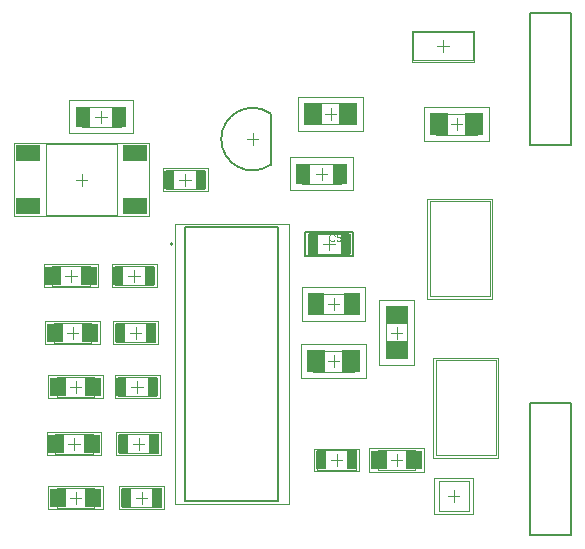
<source format=gtp>
G04*
G04 #@! TF.GenerationSoftware,Altium Limited,Altium Designer,19.1.8 (144)*
G04*
G04 Layer_Color=8421504*
%FSLAX25Y25*%
%MOIN*%
G70*
G01*
G75*
%ADD11C,0.00787*%
%ADD12C,0.00500*%
%ADD15C,0.00394*%
%ADD16C,0.00197*%
%ADD17R,0.05906X0.07480*%
%ADD18R,0.05512X0.05906*%
%ADD19R,0.05118X0.07087*%
%ADD20R,0.07480X0.05906*%
%ADD21R,0.08268X0.05512*%
%ADD22R,0.05315X0.07284*%
%ADD23R,0.03543X0.06102*%
%ADD24R,0.03740X0.06693*%
G36*
X111249Y104800D02*
X111281Y104796D01*
X111321Y104793D01*
X111361Y104789D01*
X111409Y104778D01*
X111507Y104756D01*
X111616Y104724D01*
X111671Y104702D01*
X111722Y104676D01*
X111773Y104643D01*
X111824Y104611D01*
X111827Y104607D01*
X111835Y104603D01*
X111849Y104593D01*
X111867Y104574D01*
X111885Y104556D01*
X111911Y104531D01*
X111936Y104501D01*
X111966Y104472D01*
X111995Y104436D01*
X112024Y104392D01*
X112057Y104349D01*
X112086Y104301D01*
X112111Y104247D01*
X112140Y104192D01*
X112162Y104134D01*
X112184Y104068D01*
X111856Y103992D01*
Y103996D01*
X111853Y104003D01*
X111845Y104017D01*
X111838Y104036D01*
X111831Y104057D01*
X111820Y104087D01*
X111791Y104145D01*
X111754Y104210D01*
X111711Y104276D01*
X111656Y104338D01*
X111598Y104392D01*
X111591Y104400D01*
X111569Y104414D01*
X111532Y104432D01*
X111485Y104458D01*
X111423Y104480D01*
X111354Y104501D01*
X111270Y104516D01*
X111179Y104520D01*
X111150D01*
X111132Y104516D01*
X111107D01*
X111077Y104512D01*
X111008Y104501D01*
X110932Y104487D01*
X110852Y104462D01*
X110768Y104425D01*
X110692Y104378D01*
X110688D01*
X110684Y104370D01*
X110659Y104352D01*
X110626Y104323D01*
X110586Y104279D01*
X110539Y104225D01*
X110495Y104163D01*
X110455Y104087D01*
X110419Y104003D01*
Y103999D01*
X110415Y103992D01*
X110411Y103981D01*
X110408Y103963D01*
X110400Y103941D01*
X110393Y103916D01*
X110382Y103854D01*
X110368Y103781D01*
X110353Y103701D01*
X110346Y103613D01*
X110342Y103519D01*
Y103515D01*
Y103504D01*
Y103486D01*
Y103464D01*
X110346Y103439D01*
Y103406D01*
X110349Y103369D01*
X110353Y103329D01*
X110364Y103242D01*
X110382Y103147D01*
X110404Y103053D01*
X110433Y102958D01*
Y102954D01*
X110437Y102947D01*
X110444Y102936D01*
X110451Y102918D01*
X110473Y102874D01*
X110506Y102823D01*
X110546Y102765D01*
X110597Y102703D01*
X110655Y102649D01*
X110724Y102598D01*
X110728D01*
X110735Y102594D01*
X110746Y102587D01*
X110761Y102580D01*
X110779Y102572D01*
X110801Y102561D01*
X110852Y102540D01*
X110917Y102518D01*
X110990Y102499D01*
X111070Y102485D01*
X111154Y102481D01*
X111179D01*
X111201Y102485D01*
X111227D01*
X111252Y102489D01*
X111318Y102503D01*
X111394Y102521D01*
X111470Y102550D01*
X111551Y102591D01*
X111591Y102612D01*
X111627Y102641D01*
X111631Y102645D01*
X111634Y102649D01*
X111645Y102660D01*
X111660Y102671D01*
X111674Y102689D01*
X111693Y102711D01*
X111714Y102733D01*
X111733Y102762D01*
X111754Y102794D01*
X111780Y102831D01*
X111802Y102867D01*
X111824Y102911D01*
X111842Y102958D01*
X111860Y103009D01*
X111878Y103064D01*
X111893Y103122D01*
X112228Y103038D01*
Y103035D01*
X112224Y103020D01*
X112217Y102998D01*
X112206Y102969D01*
X112195Y102936D01*
X112180Y102896D01*
X112162Y102853D01*
X112140Y102805D01*
X112089Y102703D01*
X112024Y102601D01*
X111984Y102550D01*
X111944Y102499D01*
X111900Y102456D01*
X111849Y102412D01*
X111845Y102409D01*
X111838Y102401D01*
X111820Y102394D01*
X111802Y102379D01*
X111773Y102361D01*
X111743Y102343D01*
X111704Y102325D01*
X111663Y102307D01*
X111616Y102285D01*
X111565Y102267D01*
X111511Y102248D01*
X111452Y102230D01*
X111390Y102216D01*
X111325Y102208D01*
X111256Y102201D01*
X111183Y102197D01*
X111143D01*
X111114Y102201D01*
X111081D01*
X111041Y102205D01*
X110997Y102212D01*
X110946Y102219D01*
X110841Y102237D01*
X110732Y102267D01*
X110622Y102307D01*
X110571Y102332D01*
X110521Y102361D01*
X110517Y102365D01*
X110510Y102368D01*
X110495Y102379D01*
X110480Y102394D01*
X110459Y102409D01*
X110433Y102430D01*
X110404Y102456D01*
X110375Y102485D01*
X110346Y102518D01*
X110313Y102550D01*
X110248Y102634D01*
X110186Y102733D01*
X110131Y102842D01*
Y102845D01*
X110124Y102856D01*
X110120Y102874D01*
X110109Y102896D01*
X110102Y102925D01*
X110091Y102962D01*
X110076Y103002D01*
X110065Y103045D01*
X110055Y103093D01*
X110040Y103147D01*
X110022Y103260D01*
X110007Y103388D01*
X110000Y103519D01*
Y103522D01*
Y103537D01*
Y103559D01*
X110004Y103584D01*
Y103621D01*
X110007Y103657D01*
X110011Y103704D01*
X110018Y103752D01*
X110036Y103857D01*
X110062Y103974D01*
X110098Y104090D01*
X110149Y104203D01*
X110153Y104207D01*
X110157Y104218D01*
X110164Y104232D01*
X110178Y104250D01*
X110193Y104276D01*
X110211Y104305D01*
X110258Y104370D01*
X110320Y104443D01*
X110393Y104516D01*
X110477Y104589D01*
X110575Y104651D01*
X110579Y104654D01*
X110590Y104658D01*
X110604Y104665D01*
X110622Y104676D01*
X110652Y104687D01*
X110681Y104698D01*
X110717Y104713D01*
X110757Y104727D01*
X110801Y104742D01*
X110848Y104756D01*
X110950Y104778D01*
X111066Y104796D01*
X111187Y104804D01*
X111223D01*
X111249Y104800D01*
D02*
G37*
G36*
X114062Y104432D02*
X113054D01*
X112919Y103752D01*
X112923Y103755D01*
X112930Y103759D01*
X112941Y103766D01*
X112959Y103777D01*
X112981Y103788D01*
X113007Y103803D01*
X113065Y103832D01*
X113138Y103861D01*
X113218Y103886D01*
X113305Y103904D01*
X113349Y103912D01*
X113429D01*
X113451Y103908D01*
X113480Y103904D01*
X113513Y103901D01*
X113549Y103894D01*
X113589Y103883D01*
X113676Y103857D01*
X113724Y103839D01*
X113771Y103814D01*
X113818Y103788D01*
X113866Y103759D01*
X113909Y103723D01*
X113953Y103682D01*
X113957Y103679D01*
X113964Y103672D01*
X113975Y103661D01*
X113989Y103642D01*
X114008Y103617D01*
X114026Y103592D01*
X114048Y103559D01*
X114069Y103522D01*
X114088Y103482D01*
X114110Y103439D01*
X114128Y103388D01*
X114146Y103337D01*
X114161Y103282D01*
X114171Y103220D01*
X114179Y103158D01*
X114182Y103093D01*
Y103089D01*
Y103078D01*
Y103060D01*
X114179Y103035D01*
X114175Y103006D01*
X114171Y102973D01*
X114164Y102933D01*
X114157Y102893D01*
X114135Y102798D01*
X114099Y102700D01*
X114077Y102649D01*
X114048Y102601D01*
X114018Y102550D01*
X113982Y102503D01*
X113979Y102499D01*
X113971Y102489D01*
X113957Y102474D01*
X113938Y102456D01*
X113913Y102434D01*
X113884Y102405D01*
X113847Y102379D01*
X113807Y102350D01*
X113764Y102321D01*
X113713Y102296D01*
X113658Y102270D01*
X113600Y102245D01*
X113538Y102226D01*
X113469Y102212D01*
X113396Y102201D01*
X113320Y102197D01*
X113287D01*
X113261Y102201D01*
X113232Y102205D01*
X113199Y102208D01*
X113160Y102212D01*
X113119Y102223D01*
X113028Y102245D01*
X112937Y102278D01*
X112890Y102299D01*
X112843Y102325D01*
X112799Y102354D01*
X112755Y102387D01*
X112752Y102390D01*
X112744Y102394D01*
X112737Y102409D01*
X112723Y102423D01*
X112705Y102441D01*
X112686Y102463D01*
X112664Y102492D01*
X112646Y102525D01*
X112624Y102558D01*
X112602Y102598D01*
X112563Y102685D01*
X112530Y102787D01*
X112519Y102842D01*
X112512Y102900D01*
X112836Y102925D01*
Y102922D01*
Y102915D01*
X112839Y102903D01*
X112843Y102885D01*
X112854Y102845D01*
X112868Y102791D01*
X112890Y102736D01*
X112919Y102674D01*
X112956Y102620D01*
X112999Y102569D01*
X113007Y102565D01*
X113021Y102550D01*
X113050Y102532D01*
X113090Y102510D01*
X113134Y102489D01*
X113189Y102470D01*
X113251Y102456D01*
X113320Y102452D01*
X113341D01*
X113356Y102456D01*
X113400Y102460D01*
X113451Y102474D01*
X113513Y102492D01*
X113574Y102521D01*
X113640Y102565D01*
X113669Y102591D01*
X113698Y102620D01*
X113702Y102623D01*
X113706Y102627D01*
X113713Y102638D01*
X113724Y102649D01*
X113749Y102689D01*
X113778Y102740D01*
X113804Y102802D01*
X113829Y102878D01*
X113847Y102969D01*
X113855Y103016D01*
Y103067D01*
Y103071D01*
Y103078D01*
Y103093D01*
X113851Y103111D01*
Y103133D01*
X113847Y103158D01*
X113837Y103217D01*
X113818Y103286D01*
X113793Y103355D01*
X113756Y103420D01*
X113706Y103482D01*
Y103486D01*
X113698Y103490D01*
X113680Y103508D01*
X113647Y103533D01*
X113603Y103562D01*
X113545Y103588D01*
X113480Y103613D01*
X113403Y103631D01*
X113360Y103639D01*
X113291D01*
X113261Y103635D01*
X113225Y103631D01*
X113181Y103621D01*
X113138Y103610D01*
X113090Y103592D01*
X113043Y103570D01*
X113039Y103566D01*
X113025Y103559D01*
X113003Y103541D01*
X112974Y103522D01*
X112945Y103497D01*
X112916Y103464D01*
X112883Y103431D01*
X112857Y103391D01*
X112566Y103431D01*
X112810Y104727D01*
X114062D01*
Y104432D01*
D02*
G37*
D11*
X103307Y97957D02*
Y105043D01*
Y97957D02*
X116693D01*
Y105043D01*
X103307D02*
X116693D01*
X102126Y97563D02*
Y105437D01*
Y97563D02*
X117874D01*
Y105437D01*
X102126D02*
X117874D01*
X57913Y101500D02*
G03*
X57913Y101500I-394J0D01*
G01*
D02*
G03*
X57913Y101500I-394J0D01*
G01*
X102126Y97563D02*
Y105437D01*
Y97563D02*
X117874D01*
Y105437D01*
X102126D02*
X117874D01*
X90484Y145046D02*
G03*
X90484Y127954I-5984J-8546D01*
G01*
Y145046D01*
D12*
X177000Y134500D02*
X190500D01*
X177000D02*
Y178500D01*
X190500D01*
Y134500D02*
Y178500D01*
Y4500D02*
Y48500D01*
X177000D02*
X190500D01*
X177000Y4500D02*
Y48500D01*
Y4500D02*
X190500D01*
X62008Y107248D02*
X92992D01*
X62008Y15752D02*
X92992D01*
X62008D02*
Y107248D01*
X92992Y15752D02*
Y107248D01*
X62008D02*
X92992D01*
X62008Y15752D02*
X92992D01*
X62008D02*
Y107248D01*
X92992Y15752D02*
Y107248D01*
X177000Y134500D02*
X190500D01*
X177000D02*
Y178500D01*
X190500D01*
Y134500D02*
Y136500D01*
Y176500D02*
Y178500D01*
Y46500D02*
Y48500D01*
Y4500D02*
Y6500D01*
X177000Y48500D02*
X190500D01*
X177000Y4500D02*
Y48500D01*
Y4500D02*
X190500D01*
D15*
X145500Y62748D02*
X165500D01*
Y31252D02*
Y62748D01*
X145500Y31252D02*
X165500D01*
X145500D02*
Y62748D01*
X138000Y162756D02*
Y172244D01*
X158000D01*
Y162756D02*
Y172244D01*
X138000Y162756D02*
X158000D01*
X143500Y115748D02*
X163500D01*
Y84252D02*
Y115748D01*
X143500Y84252D02*
X163500D01*
X143500D02*
Y115748D01*
X118193Y58957D02*
Y66043D01*
X104807Y58957D02*
Y66043D01*
Y58957D02*
X118193D01*
X104807Y66043D02*
X118193D01*
X146500Y12500D02*
Y22500D01*
Y12500D02*
X156500D01*
Y22500D01*
X146500D02*
X156500D01*
X17701Y87653D02*
Y94346D01*
X30299Y87653D02*
Y94346D01*
X17701D02*
X30299D01*
X17701Y87653D02*
X30299D01*
X18201Y68654D02*
Y75346D01*
X30799Y68654D02*
Y75346D01*
X18201D02*
X30799D01*
X18201Y68654D02*
X30799D01*
X19201Y50654D02*
Y57346D01*
X31799Y50654D02*
Y57346D01*
X19201D02*
X31799D01*
X19201Y50654D02*
X31799D01*
X18701Y31654D02*
Y38346D01*
X31299Y31654D02*
Y38346D01*
X18701D02*
X31299D01*
X18701Y31654D02*
X31299D01*
X138799Y26153D02*
Y32846D01*
X126201Y26153D02*
Y32846D01*
Y26153D02*
X138799D01*
X126201Y32846D02*
X138799D01*
X19201Y13654D02*
Y20346D01*
X31799Y13654D02*
Y20346D01*
X19201D02*
X31799D01*
X19201Y13654D02*
X31799D01*
X40496Y140654D02*
Y147346D01*
X27504Y140654D02*
Y147346D01*
Y140654D02*
X40496D01*
X27504Y147346D02*
X40496D01*
X145807Y137957D02*
Y145043D01*
X159193Y137957D02*
Y145043D01*
X145807D02*
X159193D01*
X145807Y137957D02*
X159193D01*
X101004Y121653D02*
Y128347D01*
X113996Y121653D02*
Y128347D01*
X101004D02*
X113996D01*
X101004Y121653D02*
X113996D01*
X117193Y141457D02*
Y148543D01*
X103807Y141457D02*
Y148543D01*
Y141457D02*
X117193D01*
X103807Y148543D02*
X117193D01*
X128957Y78693D02*
X136043D01*
X128957Y65307D02*
X136043D01*
Y78693D01*
X128957Y65307D02*
Y78693D01*
X15689Y134811D02*
X39311D01*
Y111189D02*
Y134811D01*
X15689Y111189D02*
Y134811D01*
Y111189D02*
X39311D01*
X105004Y78055D02*
Y84945D01*
X117996Y78055D02*
Y84945D01*
X105004D02*
X117996D01*
X105004Y78055D02*
X117996D01*
X38602Y87752D02*
Y94248D01*
X51398Y87752D02*
Y94248D01*
X38602D02*
X51398D01*
X38602Y87752D02*
X51398D01*
X39102Y68752D02*
Y75248D01*
X51898Y68752D02*
Y75248D01*
X39102D02*
X51898D01*
X39102Y68752D02*
X51898D01*
X39602Y50752D02*
Y57248D01*
X52398Y50752D02*
Y57248D01*
X39602D02*
X52398D01*
X39602Y50752D02*
X52398D01*
X68398Y119752D02*
Y126248D01*
X55602Y119752D02*
Y126248D01*
Y119752D02*
X68398D01*
X55602Y126248D02*
X68398D01*
X40102Y31752D02*
Y38248D01*
X52898Y31752D02*
Y38248D01*
X40102D02*
X52898D01*
X40102Y31752D02*
X52898D01*
X106102Y26252D02*
Y32748D01*
X118898Y26252D02*
Y32748D01*
X106102D02*
X118898D01*
X106102Y26252D02*
X118898D01*
X41102Y13752D02*
Y20248D01*
X53898Y13752D02*
Y20248D01*
X41102D02*
X53898D01*
X41102Y13752D02*
X53898D01*
X148000Y165532D02*
Y169468D01*
X146031Y167500D02*
X149969D01*
X109531Y62500D02*
X113469D01*
X111500Y60532D02*
Y64468D01*
X14945Y87063D02*
Y94937D01*
X33055Y87063D02*
Y94937D01*
X14945D02*
X33055D01*
X14945Y87063D02*
X33055D01*
X22031Y91000D02*
X25969D01*
X24000Y89031D02*
Y92968D01*
X15445Y68063D02*
Y75937D01*
X33555Y68063D02*
Y75937D01*
X15445D02*
X33555D01*
X15445Y68063D02*
X33555D01*
X22532Y72000D02*
X26469D01*
X24500Y70031D02*
Y73968D01*
X16445Y50063D02*
Y57937D01*
X34555Y50063D02*
Y57937D01*
X16445D02*
X34555D01*
X16445Y50063D02*
X34555D01*
X23531Y54000D02*
X27468D01*
X25500Y52031D02*
Y55968D01*
X15945Y31063D02*
Y38937D01*
X34055Y31063D02*
Y38937D01*
X15945D02*
X34055D01*
X15945Y31063D02*
X34055D01*
X23031Y35000D02*
X26969D01*
X25000Y33031D02*
Y36968D01*
X141555Y25563D02*
Y33437D01*
X123445Y25563D02*
Y33437D01*
Y25563D02*
X141555D01*
X123445Y33437D02*
X141555D01*
X130532Y29500D02*
X134468D01*
X132500Y27531D02*
Y31468D01*
X16445Y13063D02*
Y20937D01*
X34555Y13063D02*
Y20937D01*
X16445D02*
X34555D01*
X16445Y13063D02*
X34555D01*
X23531Y17000D02*
X27468D01*
X25500Y15032D02*
Y18969D01*
X84500Y134531D02*
Y138469D01*
X82531Y136500D02*
X86468D01*
X32032Y144000D02*
X35969D01*
X34000Y142032D02*
Y145968D01*
X150531Y141500D02*
X154469D01*
X152500Y139532D02*
Y143468D01*
X105532Y125000D02*
X109468D01*
X107500Y123031D02*
Y126969D01*
X108531Y145000D02*
X112469D01*
X110500Y143032D02*
Y146968D01*
X132500Y70031D02*
Y73968D01*
X130532Y72000D02*
X134468D01*
X27500Y121031D02*
Y124969D01*
X25532Y123000D02*
X29469D01*
X109531Y81500D02*
X113469D01*
X111500Y79532D02*
Y83469D01*
X43031Y91000D02*
X46968D01*
X45000Y89031D02*
Y92968D01*
X43532Y72000D02*
X47469D01*
X45500Y70031D02*
Y73968D01*
X44032Y54000D02*
X47969D01*
X46000Y52031D02*
Y55968D01*
X60031Y123000D02*
X63968D01*
X62000Y121031D02*
Y124969D01*
X44532Y35000D02*
X48469D01*
X46500Y33031D02*
Y36968D01*
X110531Y29500D02*
X114469D01*
X112500Y27531D02*
Y31468D01*
X45531Y17000D02*
X49468D01*
X47500Y15032D02*
Y18969D01*
X110000Y99532D02*
Y103469D01*
X108031Y101500D02*
X111969D01*
D16*
X144614Y63634D02*
X166386D01*
Y30366D02*
Y63634D01*
X144614Y30366D02*
X166386D01*
X144614D02*
Y63634D01*
X137606Y162362D02*
Y172638D01*
X158394D01*
Y162362D02*
Y172638D01*
X137606Y162362D02*
X158394D01*
X142614Y116634D02*
X164386D01*
Y83366D02*
Y116634D01*
X142614Y83366D02*
X164386D01*
X142614D02*
Y116634D01*
X122327Y56791D02*
Y68209D01*
X100673Y56791D02*
Y68209D01*
Y56791D02*
X122327D01*
X100673Y68209D02*
X122327D01*
X145122Y11417D02*
Y23583D01*
Y11417D02*
X157878D01*
Y23583D01*
X145122D02*
X157878D01*
X151500Y15531D02*
Y19468D01*
X149531Y17500D02*
X153469D01*
X44630Y138488D02*
Y149512D01*
X23370Y138488D02*
Y149512D01*
Y138488D02*
X44630D01*
X23370Y149512D02*
X44630D01*
X141673Y135791D02*
Y147209D01*
X163327Y135791D02*
Y147209D01*
X141673D02*
X163327D01*
X141673Y135791D02*
X163327D01*
X96870Y119488D02*
Y130512D01*
X118130Y119488D02*
Y130512D01*
X96870D02*
X118130D01*
X96870Y119488D02*
X118130D01*
X121327Y139291D02*
Y150709D01*
X99673Y139291D02*
Y150709D01*
Y139291D02*
X121327D01*
X99673Y150709D02*
X121327D01*
X126791Y82827D02*
X138209D01*
X126791Y61173D02*
X138209D01*
Y82827D01*
X126791Y61173D02*
Y82827D01*
X5059Y110795D02*
Y135205D01*
Y110795D02*
X49941D01*
X5059Y135205D02*
X49941D01*
Y110795D02*
Y135205D01*
X100870Y75791D02*
Y87209D01*
X122130Y75791D02*
Y87209D01*
X100870D02*
X122130D01*
X100870Y75791D02*
X122130D01*
X37520Y87260D02*
Y94740D01*
X52480Y87260D02*
Y94740D01*
X37520D02*
X52480D01*
X37520Y87260D02*
X52480D01*
X38020Y68260D02*
Y75740D01*
X52980Y68260D02*
Y75740D01*
X38020D02*
X52980D01*
X38020Y68260D02*
X52980D01*
X38520Y50260D02*
Y57740D01*
X53480Y50260D02*
Y57740D01*
X38520D02*
X53480D01*
X38520Y50260D02*
X53480D01*
X69480Y119260D02*
Y126740D01*
X54520Y119260D02*
Y126740D01*
Y119260D02*
X69480D01*
X54520Y126740D02*
X69480D01*
X39020Y31260D02*
Y38740D01*
X53980Y31260D02*
Y38740D01*
X39020D02*
X53980D01*
X39020Y31260D02*
X53980D01*
X105020Y25760D02*
Y33240D01*
X119980Y25760D02*
Y33240D01*
X105020D02*
X119980D01*
X105020Y25760D02*
X119980D01*
X40020Y13260D02*
Y20740D01*
X54980Y13260D02*
Y20740D01*
X40020D02*
X54980D01*
X40020Y13260D02*
X54980D01*
X58504Y108232D02*
X96496D01*
X58504Y14768D02*
X96496D01*
Y108232D01*
X58504Y14768D02*
Y108232D01*
D17*
X117405Y62500D02*
D03*
X105595D02*
D03*
X146595Y141500D02*
D03*
X158405D02*
D03*
X116405Y145000D02*
D03*
X104595D02*
D03*
D18*
X18094Y91000D02*
D03*
X29906D02*
D03*
X18595Y72000D02*
D03*
X30406D02*
D03*
X19594Y54000D02*
D03*
X31405D02*
D03*
X19094Y35000D02*
D03*
X30906D02*
D03*
X138406Y29500D02*
D03*
X126594D02*
D03*
X19594Y17000D02*
D03*
X31405D02*
D03*
D19*
X40102Y144000D02*
D03*
X27898D02*
D03*
X101398Y125000D02*
D03*
X113602D02*
D03*
D20*
X132500Y77905D02*
D03*
Y66094D02*
D03*
D21*
X9587Y114142D02*
D03*
Y131858D02*
D03*
X45413D02*
D03*
Y114142D02*
D03*
D22*
X105496Y81500D02*
D03*
X117504D02*
D03*
D23*
X39783Y91000D02*
D03*
X50217D02*
D03*
X40284Y72000D02*
D03*
X50717D02*
D03*
X40784Y54000D02*
D03*
X51217D02*
D03*
X67216Y123000D02*
D03*
X56783D02*
D03*
X41284Y35000D02*
D03*
X51717D02*
D03*
X107283Y29500D02*
D03*
X117717D02*
D03*
X42283Y17000D02*
D03*
X52716D02*
D03*
D24*
X115512Y101500D02*
D03*
X104488D02*
D03*
M02*

</source>
